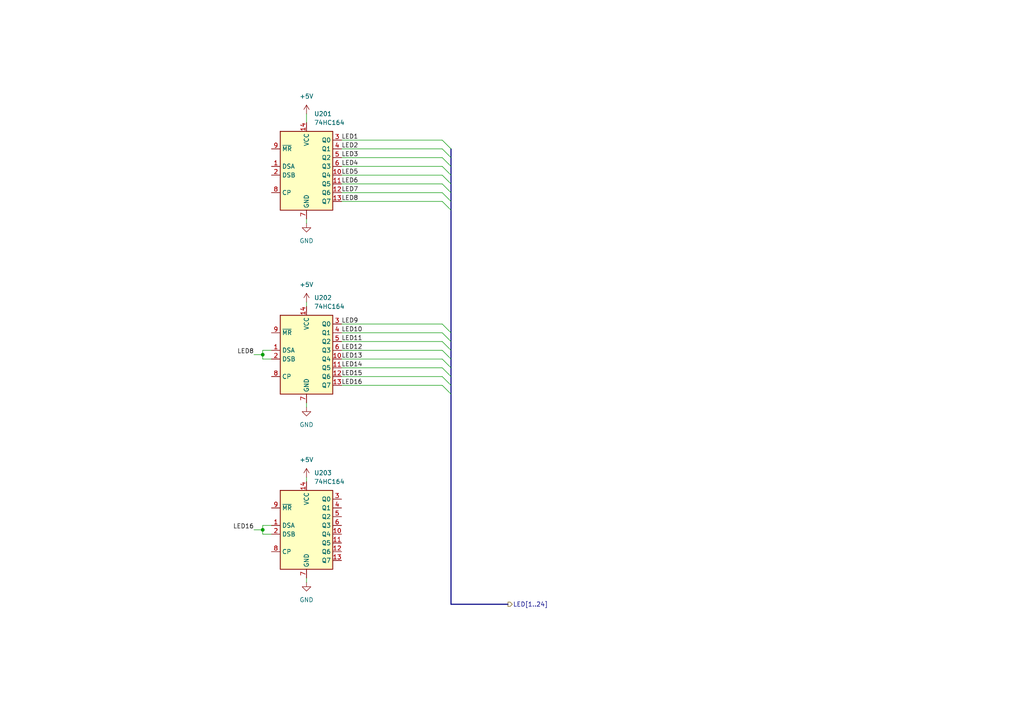
<source format=kicad_sch>
(kicad_sch (version 20230121) (generator eeschema)
  (paper "A4")
  (lib_symbols
    (symbol "74xx:74HC164"
      (property "Reference" "U" (at 1.905 -13.97 0))
      (property "Value" "74HC164" (at 1.905 -16.51 0))
      (symbol "74HC164_0_1"
        (rectangle (start 7.62 10.16) (end -7.62 -12.7) (stroke (width 0.254)) (fill (type background)))
      )
      (symbol "74HC164_1_1"
        (pin input line (at -10.16 0 0) (length 2.54) (name "DSA") (number "1"))
        (pin output line (at 10.16 -2.54 180) (length 2.54) (name "Q4") (number "10"))
        (pin output line (at 10.16 -5.08 180) (length 2.54) (name "Q5") (number "11"))
        (pin output line (at 10.16 -7.62 180) (length 2.54) (name "Q6") (number "12"))
        (pin output line (at 10.16 -10.16 180) (length 2.54) (name "Q7") (number "13"))
        (pin power_in line (at 0 12.7 270) (length 2.54) (name "VCC") (number "14"))
        (pin input line (at -10.16 -2.54 0) (length 2.54) (name "DSB") (number "2"))
        (pin output line (at 10.16 7.62 180) (length 2.54) (name "Q0") (number "3"))
        (pin output line (at 10.16 5.08 180) (length 2.54) (name "Q1") (number "4"))
        (pin output line (at 10.16 2.54 180) (length 2.54) (name "Q2") (number "5"))
        (pin output line (at 10.16 0 180) (length 2.54) (name "Q3") (number "6"))
        (pin power_in line (at 0 -15.24 90) (length 2.54) (name "GND") (number "7"))
        (pin input line (at -10.16 -7.62 0) (length 2.54) (name "CP") (number "8"))
        (pin input line (at -10.16 5.08 0) (length 2.54) (name "~{MR}") (number "9"))
      )
    )
    (symbol "power:+5V" (power) (pin_names (offset 0))
      (property "Value" "+5V" (at 0 3.556 0))
      (symbol "+5V_0_1"
        (polyline (pts (xy -0.762 1.27) (xy 0 2.54)))
        (polyline (pts (xy 0 0) (xy 0 2.54)))
        (polyline (pts (xy 0 2.54) (xy 0.762 1.27)))
      )
      (symbol "+5V_1_1"
        (pin power_in line (at 0 0 90) (length 0) hide (name "+5V") (number "1"))
      )
    )
    (symbol "power:GND" (power) (pin_names (offset 0))
      (property "Value" "GND" (at 0 -3.81 0))
      (symbol "GND_0_1"
        (polyline (pts (xy 0 0) (xy 0 -1.27) (xy 1.27 -1.27) (xy 0 -2.54) (xy -1.27 -1.27) (xy 0 -1.27)))
      )
      (symbol "GND_1_1"
        (pin power_in line (at 0 0 270) (length 0) hide (name "GND") (number "1"))
      )
    )
  )
  (junction (at 76.2 102.87))
  (junction (at 76.2 153.67))
  (bus_entry (at 130.81 45.72) (size -2.54 -2.54))
  (bus_entry (at 130.81 53.34) (size -2.54 -2.54))
  (bus_entry (at 130.81 58.42) (size -2.54 -2.54))
  (bus_entry (at 130.81 111.76) (size -2.54 -2.54))
  (bus_entry (at 130.81 48.26) (size -2.54 -2.54))
  (bus_entry (at 130.81 55.88) (size -2.54 -2.54))
  (bus_entry (at 130.81 106.68) (size -2.54 -2.54))
  (bus_entry (at 130.81 50.8) (size -2.54 -2.54))
  (bus_entry (at 130.81 114.3) (size -2.54 -2.54))
  (bus_entry (at 130.81 101.6) (size -2.54 -2.54))
  (bus_entry (at 130.81 104.14) (size -2.54 -2.54))
  (bus_entry (at 130.81 60.96) (size -2.54 -2.54))
  (bus_entry (at 130.81 109.22) (size -2.54 -2.54))
  (bus_entry (at 130.81 43.18) (size -2.54 -2.54))
  (bus_entry (at 130.81 96.52) (size -2.54 -2.54))
  (bus_entry (at 130.81 99.06) (size -2.54 -2.54))
  (wire (pts (xy 76.2 101.6) (xy 78.74 101.6)))
  (wire (pts (xy 99.06 111.76) (xy 128.27 111.76)))
  (wire (pts (xy 76.2 104.14) (xy 76.2 102.87)))
  (bus (pts (xy 130.81 96.52) (xy 130.81 99.06)))
  (bus (pts (xy 130.81 106.68) (xy 130.81 109.22)))
  (wire (pts (xy 88.9 87.63) (xy 88.9 88.9)))
  (bus (pts (xy 130.81 50.8) (xy 130.81 53.34)))
  (wire (pts (xy 99.06 58.42) (xy 128.27 58.42)))
  (wire (pts (xy 99.06 99.06) (xy 128.27 99.06)))
  (bus (pts (xy 130.81 101.6) (xy 130.81 104.14)))
  (wire (pts (xy 99.06 104.14) (xy 128.27 104.14)))
  (bus (pts (xy 130.81 114.3) (xy 130.81 175.26)))
  (wire (pts (xy 99.06 50.8) (xy 128.27 50.8)))
  (wire (pts (xy 99.06 43.18) (xy 128.27 43.18)))
  (wire (pts (xy 99.06 93.98) (xy 128.27 93.98)))
  (bus (pts (xy 130.81 109.22) (xy 130.81 111.76)))
  (wire (pts (xy 99.06 45.72) (xy 128.27 45.72)))
  (wire (pts (xy 76.2 102.87) (xy 76.2 101.6)))
  (bus (pts (xy 130.81 99.06) (xy 130.81 101.6)))
  (bus (pts (xy 130.81 48.26) (xy 130.81 50.8)))
  (wire (pts (xy 76.2 152.4) (xy 76.2 153.67)))
  (bus (pts (xy 130.81 175.26) (xy 147.32 175.26)))
  (bus (pts (xy 130.81 55.88) (xy 130.81 58.42)))
  (wire (pts (xy 88.9 138.43) (xy 88.9 139.7)))
  (wire (pts (xy 88.9 116.84) (xy 88.9 118.11)))
  (wire (pts (xy 99.06 109.22) (xy 128.27 109.22)))
  (wire (pts (xy 78.74 152.4) (xy 76.2 152.4)))
  (bus (pts (xy 130.81 43.18) (xy 130.81 45.72)))
  (wire (pts (xy 73.66 153.67) (xy 76.2 153.67)))
  (bus (pts (xy 130.81 104.14) (xy 130.81 106.68)))
  (bus (pts (xy 130.81 60.96) (xy 130.81 96.52)))
  (wire (pts (xy 99.06 53.34) (xy 128.27 53.34)))
  (wire (pts (xy 88.9 167.64) (xy 88.9 168.91)))
  (wire (pts (xy 99.06 40.64) (xy 128.27 40.64)))
  (wire (pts (xy 99.06 55.88) (xy 128.27 55.88)))
  (bus (pts (xy 130.81 111.76) (xy 130.81 114.3)))
  (bus (pts (xy 130.81 53.34) (xy 130.81 55.88)))
  (wire (pts (xy 88.9 33.02) (xy 88.9 35.56)))
  (wire (pts (xy 99.06 96.52) (xy 128.27 96.52)))
  (wire (pts (xy 76.2 154.94) (xy 78.74 154.94)))
  (wire (pts (xy 76.2 153.67) (xy 76.2 154.94)))
  (bus (pts (xy 130.81 45.72) (xy 130.81 48.26)))
  (wire (pts (xy 88.9 63.5) (xy 88.9 64.77)))
  (bus (pts (xy 130.81 58.42) (xy 130.81 60.96)))
  (wire (pts (xy 73.66 102.87) (xy 76.2 102.87)))
  (wire (pts (xy 99.06 48.26) (xy 128.27 48.26)))
  (wire (pts (xy 78.74 104.14) (xy 76.2 104.14)))
  (wire (pts (xy 99.06 106.68) (xy 128.27 106.68)))
  (wire (pts (xy 99.06 101.6) (xy 128.27 101.6)))
  (label "LED1" (at 99.06 40.64 0))
  (label "LED16" (at 99.06 111.76 0))
  (label "LED10" (at 99.06 96.52 0))
  (label "LED13" (at 99.06 104.14 0))
  (label "LED5" (at 99.06 50.8 0))
  (label "LED8" (at 99.06 58.42 0))
  (label "LED3" (at 99.06 45.72 0))
  (label "LED2" (at 99.06 43.18 0))
  (label "LED11" (at 99.06 99.06 0))
  (label "LED8" (at 73.66 102.87 180))
  (label "LED16" (at 73.66 153.67 180))
  (label "LED15" (at 99.06 109.22 0))
  (label "LED7" (at 99.06 55.88 0))
  (label "LED9" (at 99.06 93.98 0))
  (label "LED14" (at 99.06 106.68 0))
  (label "LED12" (at 99.06 101.6 0))
  (label "LED4" (at 99.06 48.26 0))
  (label "LED6" (at 99.06 53.34 0))
  (hierarchical_label "LED[1..24]" (shape output) (at 147.32 175.26 0))
  (symbol (lib_id "power:GND") (at 88.9 64.77 0) (unit 1)
    (property "Reference" "#PWR0201" (effects hide))
    (property "Value" "GND" (at 88.9 69.85 0))
  )
  (symbol (lib_id "74xx:74HC164") (at 88.9 48.26 0) (unit 1)
    (property "Reference" "U201" (at 91.0941 33.02 0) (effects (justify left)))
    (property "Value" "74HC164" (at 91.0941 35.56 0) (effects (justify left)))
    (property "Footprint" "Package_DIP:DIP-14_W7.62mm_Socket" (effects hide))
    (property "Datasheet" "https://assets.nexperia.com/documents/data-sheet/74HC_HCT164.pdf" (effects hide))
  )
  (symbol (lib_id "74xx:74HC164") (at 88.9 101.6 0) (unit 1)
    (property "Reference" "U202" (at 91.0941 86.36 0) (effects (justify left)))
    (property "Value" "74HC164" (at 91.0941 88.9 0) (effects (justify left)))
    (property "Footprint" "Package_DIP:DIP-14_W7.62mm_Socket" (effects hide))
    (property "Datasheet" "https://assets.nexperia.com/documents/data-sheet/74HC_HCT164.pdf" (effects hide))
  )
  (symbol (lib_id "power:GND") (at 88.9 118.11 0) (unit 1)
    (property "Reference" "#PWR0203" (effects hide))
    (property "Value" "GND" (at 88.9 123.19 0))
  )
  (symbol (lib_id "power:GND") (at 88.9 168.91 0) (unit 1)
    (property "Reference" "#PWR0204" (effects hide))
    (property "Value" "GND" (at 88.9 173.99 0))
  )
  (symbol (lib_id "74xx:74HC164") (at 88.9 152.4 0) (unit 1)
    (property "Reference" "U203" (at 91.0941 137.16 0) (effects (justify left)))
    (property "Value" "74HC164" (at 91.0941 139.7 0) (effects (justify left)))
    (property "Footprint" "Package_DIP:DIP-14_W7.62mm_Socket" (effects hide))
    (property "Datasheet" "https://assets.nexperia.com/documents/data-sheet/74HC_HCT164.pdf" (effects hide))
  )
  (symbol (lib_id "power:+5V") (at 88.9 138.43 0) (unit 1)
    (property "Reference" "#PWR0205" (effects hide))
    (property "Value" "+5V" (at 88.9 133.35 0))
  )
  (symbol (lib_id "power:+5V") (at 88.9 33.02 0) (unit 1)
    (property "Reference" "#PWR0206" (effects hide))
    (property "Value" "+5V" (at 88.9 27.94 0))
  )
  (symbol (lib_id "power:+5V") (at 88.9 87.63 0) (unit 1)
    (property "Reference" "#PWR0202" (effects hide))
    (property "Value" "+5V" (at 88.9 82.55 0))
  )
)
</source>
